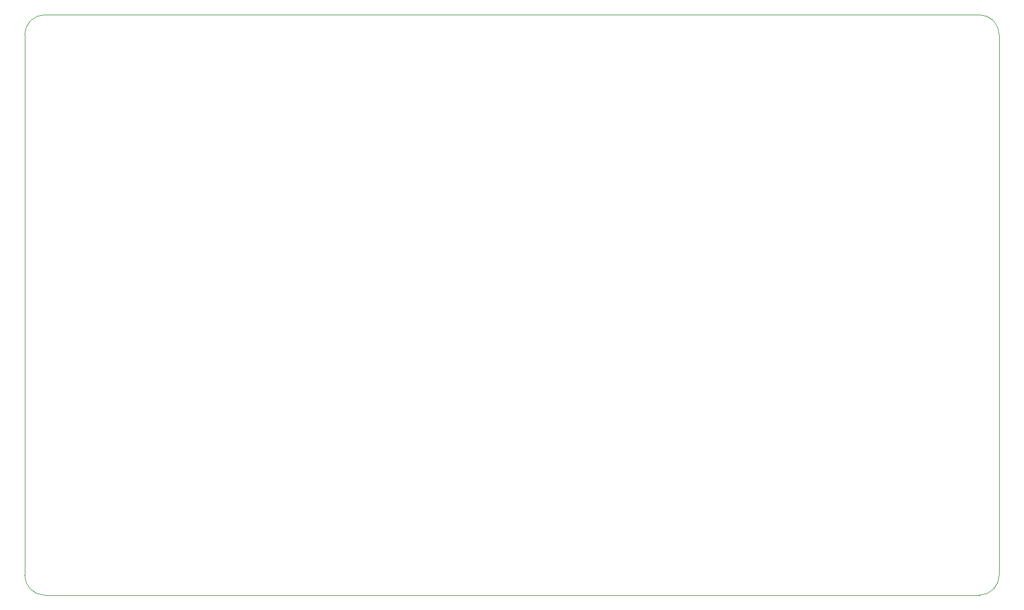
<source format=gbr>
G04 #@! TF.GenerationSoftware,KiCad,Pcbnew,7.0.8*
G04 #@! TF.CreationDate,2024-01-21T01:37:22-07:00*
G04 #@! TF.ProjectId,sdm24logger,73646d32-346c-46f6-9767-65722e6b6963,v3.1*
G04 #@! TF.SameCoordinates,Original*
G04 #@! TF.FileFunction,Profile,NP*
%FSLAX46Y46*%
G04 Gerber Fmt 4.6, Leading zero omitted, Abs format (unit mm)*
G04 Created by KiCad (PCBNEW 7.0.8) date 2024-01-21 01:37:22*
%MOMM*%
%LPD*%
G01*
G04 APERTURE LIST*
G04 #@! TA.AperFunction,Profile*
%ADD10C,0.100000*%
G04 #@! TD*
G04 APERTURE END LIST*
D10*
X55000000Y-157000000D02*
X195000000Y-157000000D01*
X52000000Y-154000000D02*
G75*
G03*
X55000000Y-157000000I3000000J0D01*
G01*
X195000000Y-157000000D02*
G75*
G03*
X198000000Y-154000000I0J3000000D01*
G01*
X52000000Y-73000000D02*
X52000000Y-154000000D01*
X198000000Y-154000000D02*
X198000000Y-73000000D01*
X55000000Y-70000000D02*
G75*
G03*
X52000000Y-73000000I0J-3000000D01*
G01*
X195000000Y-70000000D02*
X55000000Y-70000000D01*
X198000000Y-73000000D02*
G75*
G03*
X195000000Y-70000000I-3000000J0D01*
G01*
M02*

</source>
